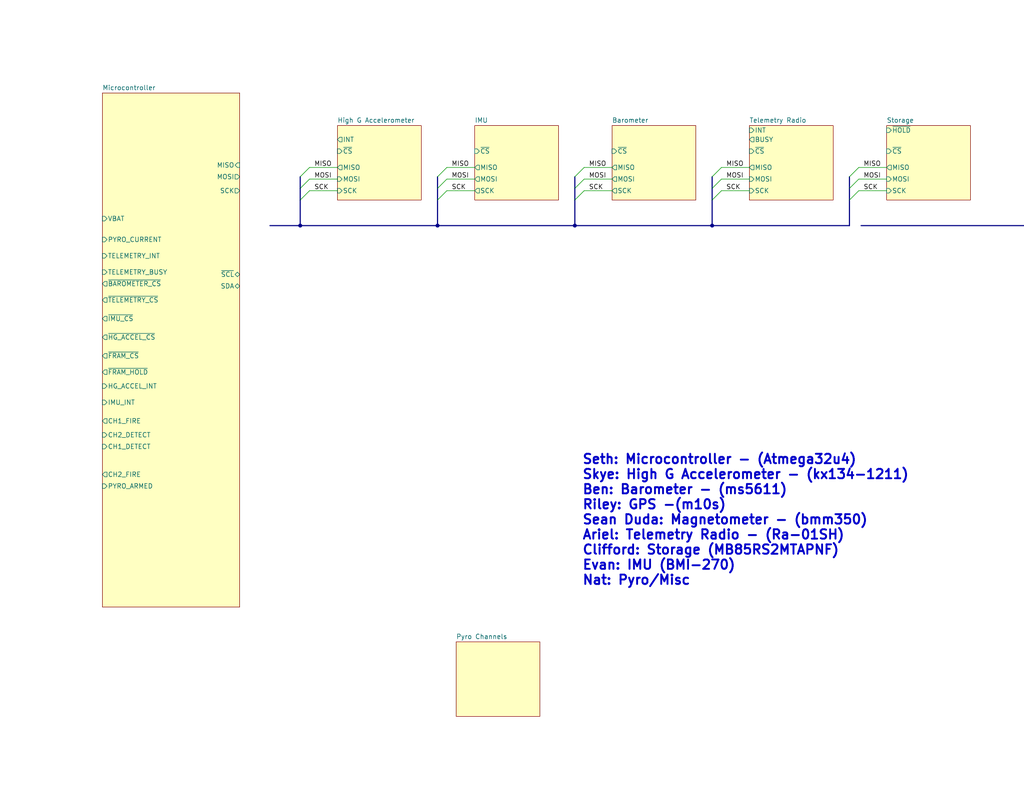
<source format=kicad_sch>
(kicad_sch (version 20230121) (generator eeschema)
  (paper "USLetter")
  (title_block (title "SRAD-FC") (date "2023-09-16") (company "Missouri S&T Rocket Design Team"))
  (lib_symbols)
  (junction (at 81.915 61.595))
  (junction (at 194.31 61.595))
  (junction (at 119.38 61.595))
  (junction (at 156.845 61.595))
  (bus_entry (at 121.92 52.07) (size -2.54 2.54))
  (bus_entry (at 84.455 48.895) (size -2.54 2.54))
  (bus_entry (at 196.85 45.72) (size -2.54 2.54))
  (bus_entry (at 84.455 45.72) (size -2.54 2.54))
  (bus_entry (at 196.85 48.895) (size -2.54 2.54))
  (bus_entry (at 234.315 48.895) (size -2.54 2.54))
  (bus_entry (at 234.315 52.07) (size -2.54 2.54))
  (bus_entry (at 234.315 45.72) (size -2.54 2.54))
  (bus_entry (at 84.455 52.07) (size -2.54 2.54))
  (bus_entry (at 121.92 48.895) (size -2.54 2.54))
  (bus_entry (at 196.85 52.07) (size -2.54 2.54))
  (bus_entry (at 159.385 45.72) (size -2.54 2.54))
  (bus_entry (at 159.385 52.07) (size -2.54 2.54))
  (bus_entry (at 159.385 48.895) (size -2.54 2.54))
  (bus_entry (at 121.92 45.72) (size -2.54 2.54))
  (bus (pts (xy 194.31 54.61) (xy 194.31 61.595)))
  (wire (pts (xy 84.455 45.72) (xy 92.075 45.72)))
  (wire (pts (xy 84.455 48.895) (xy 92.075 48.895)))
  (wire (pts (xy 196.85 52.07) (xy 204.47 52.07)))
  (bus (pts (xy 231.775 48.26) (xy 231.775 51.435)))
  (wire (pts (xy 196.85 48.895) (xy 204.47 48.895)))
  (bus (pts (xy 81.915 61.595) (xy 119.38 61.595)))
  (wire (pts (xy 84.455 52.07) (xy 92.075 52.07)))
  (wire (pts (xy 121.92 52.07) (xy 129.54 52.07)))
  (bus (pts (xy 156.845 61.595) (xy 194.31 61.595)))
  (wire (pts (xy 234.315 52.07) (xy 241.935 52.07)))
  (wire (pts (xy 159.385 48.895) (xy 167.005 48.895)))
  (wire (pts (xy 234.315 48.895) (xy 241.935 48.895)))
  (bus (pts (xy 81.915 51.435) (xy 81.915 54.61)))
  (bus (pts (xy 234.95 61.595) (xy 323.85 61.595)))
  (bus (pts (xy 194.31 61.595) (xy 231.775 61.595)))
  (bus (pts (xy 156.845 51.435) (xy 156.845 54.61)))
  (bus (pts (xy 156.845 54.61) (xy 156.845 61.595)))
  (bus (pts (xy 231.775 51.435) (xy 231.775 54.61)))
  (bus (pts (xy 81.915 48.26) (xy 81.915 51.435)))
  (wire (pts (xy 159.385 45.72) (xy 167.005 45.72)))
  (bus (pts (xy 194.31 51.435) (xy 194.31 54.61)))
  (wire (pts (xy 159.385 52.07) (xy 167.005 52.07)))
  (bus (pts (xy 73.66 61.595) (xy 81.915 61.595)))
  (wire (pts (xy 121.92 45.72) (xy 129.54 45.72)))
  (wire (pts (xy 196.85 45.72) (xy 204.47 45.72)))
  (bus (pts (xy 119.38 48.26) (xy 119.38 51.435)))
  (bus (pts (xy 119.38 61.595) (xy 156.845 61.595)))
  (bus (pts (xy 231.775 54.61) (xy 231.775 61.595)))
  (bus (pts (xy 119.38 51.435) (xy 119.38 54.61)))
  (wire (pts (xy 121.92 48.895) (xy 129.54 48.895)))
  (bus (pts (xy 156.845 48.26) (xy 156.845 51.435)))
  (wire (pts (xy 234.315 45.72) (xy 241.935 45.72)))
  (bus (pts (xy 119.38 54.61) (xy 119.38 61.595)))
  (bus (pts (xy 81.915 54.61) (xy 81.915 61.595)))
  (bus (pts (xy 194.31 48.26) (xy 194.31 51.435)))
  (text "Seth: Microcontroller - (Atmega32u4)\nSkye: High G Accelerometer - (kx134-1211)\nBen: Barometer - (ms5611)\nRiley: GPS -(m10s)\nSean Duda: Magnetometer - (bmm350)\nAriel: Telemetry Radio - (Ra-01SH)\nClifford: Storage (MB85RS2MTAPNF)\nEvan: IMU (BMI-270)\nNat: Pyro/Misc" (at 158.75 160.02 0) (effects (font (size 2.56 2.56) (thickness 0.512) bold) (justify left bottom)))
  (label "SCK" (at 160.655 52.07 0))
  (label "MOSI" (at 85.725 48.895 0))
  (label "MISO" (at 235.585 45.72 0))
  (label "MOSI" (at 235.585 48.895 0))
  (label "SCK" (at 198.12 52.07 0))
  (label "MISO" (at 123.19 45.72 0))
  (label "SCK" (at 123.19 52.07 0))
  (label "MISO" (at 85.725 45.72 0))
  (label "MOSI" (at 198.12 48.895 0))
  (label "SCK" (at 235.585 52.07 0))
  (label "MISO" (at 160.655 45.72 0))
  (label "MISO" (at 198.12 45.72 0))
  (label "MOSI" (at 160.655 48.895 0))
  (label "SCK" (at 85.725 52.07 0))
  (label "MOSI" (at 123.19 48.895 0))
  (sheet (at 167.005 34.29) (size 22.86 20.32) (stroke (width 0.1524)) (fill (color 255 255 194 1.0000))
    (property "Sheetname" "Barometer" (at 167.005 33.5784 0) (effects (justify left bottom)))
    (property "Sheetfile" "hierarchical_sheets/ms5611.kicad_sch" (effects hide))
    (pin "SCK" output (at 167.005 52.07 180))
    (pin "MOSI" output (at 167.005 48.895 180))
    (pin "MISO" output (at 167.005 45.72 180))
    (pin "~{CS}" input (at 167.005 41.275 180))
  )
  (sheet (at 124.46 175.26) (size 22.86 20.32) (stroke (width 0.1524)) (fill (color 255 255 194 1.0000))
    (property "Sheetname" "Pyro Channels" (at 124.46 174.5484 0) (effects (justify left bottom)))
    (property "Sheetfile" "hierarchical_sheets/pyro_channel.kicad_sch" (effects hide))
  )
  (sheet (at 204.47 34.29) (size 22.86 20.32) (stroke (width 0.1524)) (fill (color 255 255 194 1.0000))
    (property "Sheetname" "Telemetry Radio" (at 204.47 33.5784 0) (effects (justify left bottom)))
    (property "Sheetfile" "hierarchical_sheets/ra-01sh.kicad_sch" (effects hide))
    (pin "~{CS}" input (at 204.47 41.275 180))
    (pin "MOSI" input (at 204.47 48.895 180))
    (pin "BUSY" output (at 204.47 38.1 180))
    (pin "SCK" input (at 204.47 52.07 180))
    (pin "MISO" output (at 204.47 45.72 180))
    (pin "INT" input (at 204.47 35.56 180))
  )
  (sheet (at 288.29 34.29) (size 22.86 20.32) (stroke (width 0.1524)) (fill (color 255 255 194 1.0000))
    (property "Sheetname" "Magnetometer" (at 288.29 33.5784 0) (effects (justify left bottom)))
    (property "Sheetfile" "hierarchical_sheets/bmm-350.kicad_sch" (effects hide))
    (pin "SDA" output (at 288.29 48.895 180))
    (pin "SCL" input (at 288.29 52.07 180))
  )
  (sheet (at 129.54 34.29) (size 22.86 20.32) (stroke (width 0.1524)) (fill (color 255 255 194 1.0000))
    (property "Sheetname" "IMU" (at 129.54 33.5784 0) (effects (justify left bottom)))
    (property "Sheetfile" "hierarchical_sheets/bmi-270.kicad_sch" (effects hide))
    (pin "MOSI" output (at 129.54 48.895 180))
    (pin "SCK" output (at 129.54 52.07 180))
    (pin "MISO" output (at 129.54 45.72 180))
    (pin "~{CS}" input (at 129.54 41.275 180))
  )
  (sheet (at 27.94 25.4) (size 37.465 140.335) (stroke (width 0.1524)) (fill (color 255 255 194 1.0000))
    (property "Sheetname" "Microcontroller" (at 27.94 24.6884 0) (effects (justify left bottom)))
    (property "Sheetfile" "hierarchical_sheets/atmega32u4.kicad_sch" (effects hide))
    (pin "PYRO_CURRENT" input (at 27.94 65.405 180))
    (pin "TELEMETRY_INT" input (at 27.94 69.85 180))
    (pin "TELEMETRY_BUSY" input (at 27.94 74.295 180))
    (pin "~{BAROMETER_CS}" output (at 27.94 77.47 180))
    (pin "~{TELEMETRY_CS}" output (at 27.94 81.915 180))
    (pin "~{IMU_CS}" output (at 27.94 86.995 180))
    (pin "~{HG_ACCEL_CS}" output (at 27.94 92.075 180))
    (pin "~{FRAM_CS}" output (at 27.94 97.155 180))
    (pin "~{FRAM_HOLD}" output (at 27.94 101.6 180))
    (pin "HG_ACCEL_INT" input (at 27.94 105.41 180))
    (pin "IMU_INT" input (at 27.94 109.855 180))
    (pin "~{SCL}" bidirectional (at 65.405 74.93 0))
    (pin "SDA" bidirectional (at 65.405 78.105 0))
    (pin "VBAT" input (at 27.94 59.69 180))
    (pin "CH1_FIRE" output (at 27.94 114.935 180))
    (pin "MOSI" output (at 65.405 48.26 0))
    (pin "SCK" output (at 65.405 52.07 0))
    (pin "CH2_DETECT" input (at 27.94 118.745 180))
    (pin "CH1_DETECT" input (at 27.94 121.92 180))
    (pin "MISO" input (at 65.405 45.085 0))
    (pin "CH2_FIRE" output (at 27.94 129.54 180))
    (pin "PYRO_ARMED" input (at 27.94 132.715 180))
  )
  (sheet (at 92.075 34.29) (size 22.86 20.32) (stroke (width 0.1524)) (fill (color 255 255 194 1.0000))
    (property "Sheetname" "High G Accelerometer" (at 92.075 33.5784 0) (effects (justify left bottom)))
    (property "Sheetfile" "hierarchical_sheets/kx134-1211.kicad_sch" (effects hide))
    (pin "INT" output (at 92.075 38.1 180))
    (pin "MISO" output (at 92.075 45.72 180))
    (pin "SCK" input (at 92.075 52.07 180))
    (pin "MOSI" input (at 92.075 48.895 180))
    (pin "~{CS}" input (at 92.075 41.275 180))
  )
  (sheet (at 241.935 34.29) (size 22.86 20.32) (stroke (width 0.1524)) (fill (color 255 255 194 1.0000))
    (property "Sheetname" "Storage" (at 241.935 33.5784 0) (effects (justify left bottom)))
    (property "Sheetfile" "hierarchical_sheets/mb85rs2mtapnf.kicad_sch" (effects hide))
    (pin "~{HOLD}" input (at 241.935 35.56 180))
    (pin "~{CS}" input (at 241.935 41.275 180))
    (pin "MOSI" input (at 241.935 48.895 180))
    (pin "SCK" input (at 241.935 52.07 180))
    (pin "MISO" output (at 241.935 45.72 180))
  )
  (sheet (at 325.755 34.29) (size 22.86 20.32) (stroke (width 0.1524)) (fill (color 255 255 194 1.0000))
    (property "Sheetname" "GPS" (at 325.755 33.5784 0) (effects (justify left bottom)))
    (property "Sheetfile" "hierarchical_sheets/m10s.kicad_sch" (effects hide))
    (pin "~{SCL}" bidirectional (at 325.755 52.07 180))
    (pin "SDA" bidirectional (at 325.755 48.895 180))
  )
)
</source>
